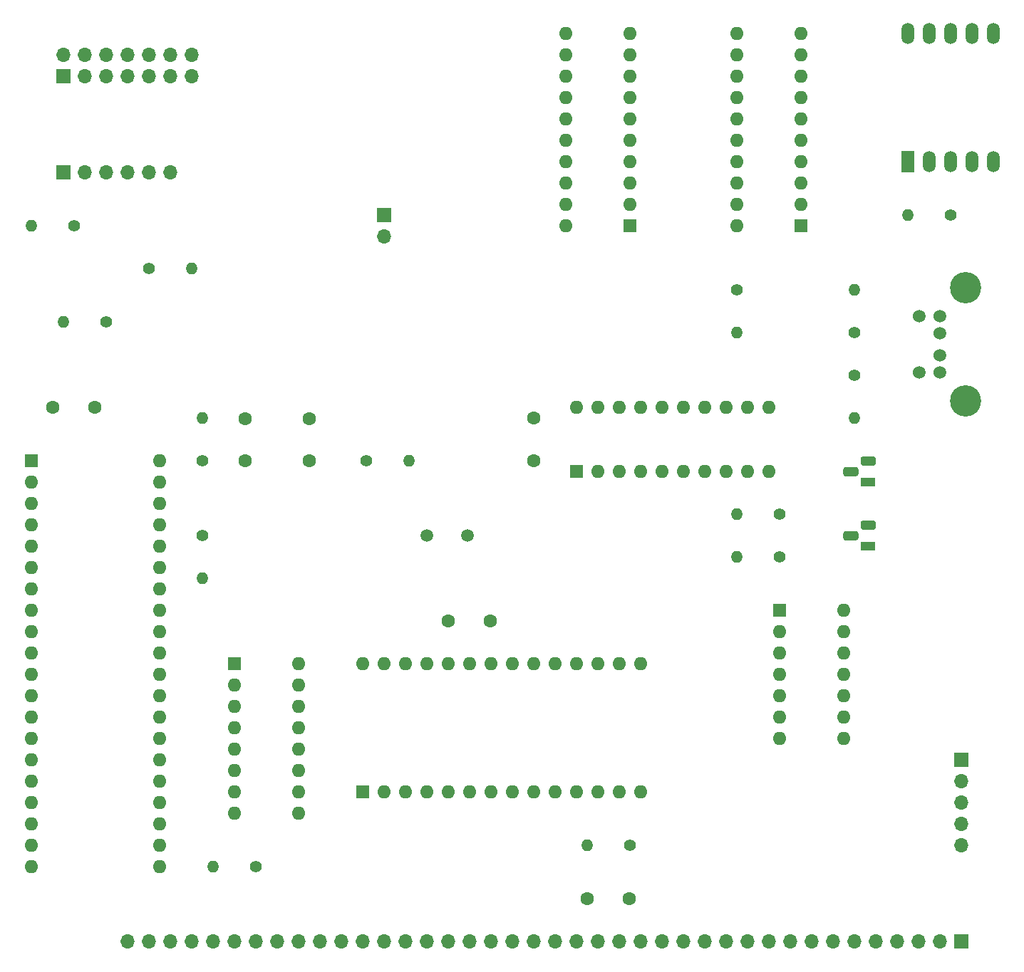
<source format=gbr>
%TF.GenerationSoftware,KiCad,Pcbnew,5.1.9-73d0e3b20d~88~ubuntu20.04.1*%
%TF.CreationDate,2021-02-07T22:21:29+01:00*%
%TF.ProjectId,simple-output,73696d70-6c65-42d6-9f75-747075742e6b,rev?*%
%TF.SameCoordinates,Original*%
%TF.FileFunction,Soldermask,Top*%
%TF.FilePolarity,Negative*%
%FSLAX46Y46*%
G04 Gerber Fmt 4.6, Leading zero omitted, Abs format (unit mm)*
G04 Created by KiCad (PCBNEW 5.1.9-73d0e3b20d~88~ubuntu20.04.1) date 2021-02-07 22:21:29*
%MOMM*%
%LPD*%
G01*
G04 APERTURE LIST*
%ADD10O,1.700000X1.700000*%
%ADD11R,1.700000X1.700000*%
%ADD12O,1.400000X1.400000*%
%ADD13C,1.400000*%
%ADD14R,1.600000X1.600000*%
%ADD15O,1.600000X1.600000*%
%ADD16C,1.500000*%
%ADD17C,3.721100*%
%ADD18C,1.521460*%
%ADD19R,1.800000X1.100000*%
%ADD20C,1.600000*%
%ADD21O,1.524000X2.524000*%
%ADD22R,1.524000X2.524000*%
G04 APERTURE END LIST*
D10*
%TO.C,J5*%
X162560000Y-181610000D03*
X162560000Y-179070000D03*
X162560000Y-176530000D03*
X162560000Y-173990000D03*
D11*
X162560000Y-171450000D03*
%TD*%
D12*
%TO.C,R14*%
X135890000Y-147320000D03*
D13*
X140970000Y-147320000D03*
%TD*%
D12*
%TO.C,R13*%
X135890000Y-142240000D03*
D13*
X140970000Y-142240000D03*
%TD*%
D14*
%TO.C,IC1*%
X52070000Y-135890000D03*
D15*
X67310000Y-184150000D03*
X52070000Y-138430000D03*
X67310000Y-181610000D03*
X52070000Y-140970000D03*
X67310000Y-179070000D03*
X52070000Y-143510000D03*
X67310000Y-176530000D03*
X52070000Y-146050000D03*
X67310000Y-173990000D03*
X52070000Y-148590000D03*
X67310000Y-171450000D03*
X52070000Y-151130000D03*
X67310000Y-168910000D03*
X52070000Y-153670000D03*
X67310000Y-166370000D03*
X52070000Y-156210000D03*
X67310000Y-163830000D03*
X52070000Y-158750000D03*
X67310000Y-161290000D03*
X52070000Y-161290000D03*
X67310000Y-158750000D03*
X52070000Y-163830000D03*
X67310000Y-156210000D03*
X52070000Y-166370000D03*
X67310000Y-153670000D03*
X52070000Y-168910000D03*
X67310000Y-151130000D03*
X52070000Y-171450000D03*
X67310000Y-148590000D03*
X52070000Y-173990000D03*
X67310000Y-146050000D03*
X52070000Y-176530000D03*
X67310000Y-143510000D03*
X52070000Y-179070000D03*
X67310000Y-140970000D03*
X52070000Y-181610000D03*
X67310000Y-138430000D03*
X52070000Y-184150000D03*
X67310000Y-135890000D03*
%TD*%
D16*
%TO.C,Y1*%
X103940000Y-144780000D03*
X99060000Y-144780000D03*
%TD*%
D17*
%TO.C,J4*%
X163060380Y-115239800D03*
X163060380Y-128757680D03*
D18*
X157568900Y-125349000D03*
X157568900Y-118648480D03*
X160060640Y-125349000D03*
X160060640Y-118648480D03*
X160060640Y-120698260D03*
X160060640Y-123299220D03*
%TD*%
D19*
%TO.C,Q2*%
X151530000Y-146050000D03*
G36*
G01*
X152155000Y-144060000D02*
X150905000Y-144060000D01*
G75*
G02*
X150630000Y-143785000I0J275000D01*
G01*
X150630000Y-143235000D01*
G75*
G02*
X150905000Y-142960000I275000J0D01*
G01*
X152155000Y-142960000D01*
G75*
G02*
X152430000Y-143235000I0J-275000D01*
G01*
X152430000Y-143785000D01*
G75*
G02*
X152155000Y-144060000I-275000J0D01*
G01*
G37*
G36*
G01*
X150085000Y-145330000D02*
X148835000Y-145330000D01*
G75*
G02*
X148560000Y-145055000I0J275000D01*
G01*
X148560000Y-144505000D01*
G75*
G02*
X148835000Y-144230000I275000J0D01*
G01*
X150085000Y-144230000D01*
G75*
G02*
X150360000Y-144505000I0J-275000D01*
G01*
X150360000Y-145055000D01*
G75*
G02*
X150085000Y-145330000I-275000J0D01*
G01*
G37*
%TD*%
%TO.C,Q1*%
X151530000Y-138430000D03*
G36*
G01*
X152155000Y-136440000D02*
X150905000Y-136440000D01*
G75*
G02*
X150630000Y-136165000I0J275000D01*
G01*
X150630000Y-135615000D01*
G75*
G02*
X150905000Y-135340000I275000J0D01*
G01*
X152155000Y-135340000D01*
G75*
G02*
X152430000Y-135615000I0J-275000D01*
G01*
X152430000Y-136165000D01*
G75*
G02*
X152155000Y-136440000I-275000J0D01*
G01*
G37*
G36*
G01*
X150085000Y-137710000D02*
X148835000Y-137710000D01*
G75*
G02*
X148560000Y-137435000I0J275000D01*
G01*
X148560000Y-136885000D01*
G75*
G02*
X148835000Y-136610000I275000J0D01*
G01*
X150085000Y-136610000D01*
G75*
G02*
X150360000Y-136885000I0J-275000D01*
G01*
X150360000Y-137435000D01*
G75*
G02*
X150085000Y-137710000I-275000J0D01*
G01*
G37*
%TD*%
D12*
%TO.C,R12*%
X149860000Y-130810000D03*
D13*
X149860000Y-125730000D03*
%TD*%
D12*
%TO.C,R11*%
X149860000Y-115570000D03*
D13*
X149860000Y-120650000D03*
%TD*%
D12*
%TO.C,R7*%
X72390000Y-149860000D03*
D13*
X72390000Y-144780000D03*
%TD*%
D20*
%TO.C,C5*%
X59610000Y-129540000D03*
X54610000Y-129540000D03*
%TD*%
%TO.C,C4*%
X111760000Y-135810000D03*
X111760000Y-130810000D03*
%TD*%
%TO.C,C1*%
X106600000Y-154940000D03*
X101600000Y-154940000D03*
%TD*%
D15*
%TO.C,U8*%
X116840000Y-129540000D03*
X139700000Y-137160000D03*
X119380000Y-129540000D03*
X137160000Y-137160000D03*
X121920000Y-129540000D03*
X134620000Y-137160000D03*
X124460000Y-129540000D03*
X132080000Y-137160000D03*
X127000000Y-129540000D03*
X129540000Y-137160000D03*
X129540000Y-129540000D03*
X127000000Y-137160000D03*
X132080000Y-129540000D03*
X124460000Y-137160000D03*
X134620000Y-129540000D03*
X121920000Y-137160000D03*
X137160000Y-129540000D03*
X119380000Y-137160000D03*
X139700000Y-129540000D03*
D14*
X116840000Y-137160000D03*
%TD*%
D11*
%TO.C,J1*%
X162560000Y-193040000D03*
D10*
X160020000Y-193040000D03*
X157480000Y-193040000D03*
X154940000Y-193040000D03*
X152400000Y-193040000D03*
X149860000Y-193040000D03*
X147320000Y-193040000D03*
X144780000Y-193040000D03*
X142240000Y-193040000D03*
X139700000Y-193040000D03*
X137160000Y-193040000D03*
X134620000Y-193040000D03*
X132080000Y-193040000D03*
X129540000Y-193040000D03*
X127000000Y-193040000D03*
X124460000Y-193040000D03*
X121920000Y-193040000D03*
X119380000Y-193040000D03*
X116840000Y-193040000D03*
X114300000Y-193040000D03*
X111760000Y-193040000D03*
X109220000Y-193040000D03*
X106680000Y-193040000D03*
X104140000Y-193040000D03*
X101600000Y-193040000D03*
X99060000Y-193040000D03*
X96520000Y-193040000D03*
X93980000Y-193040000D03*
X91440000Y-193040000D03*
X88900000Y-193040000D03*
X86360000Y-193040000D03*
X83820000Y-193040000D03*
X81280000Y-193040000D03*
X78740000Y-193040000D03*
X76200000Y-193040000D03*
X73660000Y-193040000D03*
X71120000Y-193040000D03*
X68580000Y-193040000D03*
X66040000Y-193040000D03*
X63500000Y-193040000D03*
%TD*%
D12*
%TO.C,R5*%
X73660000Y-184150000D03*
D13*
X78740000Y-184150000D03*
%TD*%
D12*
%TO.C,R10*%
X118110000Y-181610000D03*
D13*
X123190000Y-181610000D03*
%TD*%
D12*
%TO.C,R2*%
X156210000Y-106680000D03*
D13*
X161290000Y-106680000D03*
%TD*%
D14*
%TO.C,IC2*%
X91440000Y-175260000D03*
D15*
X124460000Y-160020000D03*
X93980000Y-175260000D03*
X121920000Y-160020000D03*
X96520000Y-175260000D03*
X119380000Y-160020000D03*
X99060000Y-175260000D03*
X116840000Y-160020000D03*
X101600000Y-175260000D03*
X114300000Y-160020000D03*
X104140000Y-175260000D03*
X111760000Y-160020000D03*
X106680000Y-175260000D03*
X109220000Y-160020000D03*
X109220000Y-175260000D03*
X106680000Y-160020000D03*
X111760000Y-175260000D03*
X104140000Y-160020000D03*
X114300000Y-175260000D03*
X101600000Y-160020000D03*
X116840000Y-175260000D03*
X99060000Y-160020000D03*
X119380000Y-175260000D03*
X96520000Y-160020000D03*
X121920000Y-175260000D03*
X93980000Y-160020000D03*
X124460000Y-175260000D03*
X91440000Y-160020000D03*
%TD*%
D10*
%TO.C,J1_5VtoSerial1*%
X93980000Y-109220000D03*
D11*
X93980000Y-106680000D03*
%TD*%
%TO.C,J3*%
X55880000Y-101600000D03*
D10*
X58420000Y-101600000D03*
X60960000Y-101600000D03*
X63500000Y-101600000D03*
X66040000Y-101600000D03*
X68580000Y-101600000D03*
%TD*%
D11*
%TO.C,J2*%
X55880000Y-90170000D03*
D10*
X55880000Y-87630000D03*
X58420000Y-90170000D03*
X58420000Y-87630000D03*
X60960000Y-90170000D03*
X60960000Y-87630000D03*
X63500000Y-90170000D03*
X63500000Y-87630000D03*
X66040000Y-90170000D03*
X66040000Y-87630000D03*
X68580000Y-90170000D03*
X68580000Y-87630000D03*
X71120000Y-90170000D03*
X71120000Y-87630000D03*
%TD*%
D14*
%TO.C,U1*%
X140970000Y-153670000D03*
D15*
X148590000Y-168910000D03*
X140970000Y-156210000D03*
X148590000Y-166370000D03*
X140970000Y-158750000D03*
X148590000Y-163830000D03*
X140970000Y-161290000D03*
X148590000Y-161290000D03*
X140970000Y-163830000D03*
X148590000Y-158750000D03*
X140970000Y-166370000D03*
X148590000Y-156210000D03*
X140970000Y-168910000D03*
X148590000Y-153670000D03*
%TD*%
D21*
%TO.C,U5*%
X156210000Y-85090000D03*
X158750000Y-85090000D03*
X161290000Y-85090000D03*
X163830000Y-85090000D03*
X166370000Y-85090000D03*
X166370000Y-100330000D03*
X163830000Y-100330000D03*
X161290000Y-100330000D03*
X158750000Y-100330000D03*
D22*
X156210000Y-100330000D03*
%TD*%
D15*
%TO.C,U4*%
X115570000Y-107950000D03*
X123190000Y-85090000D03*
X115570000Y-105410000D03*
X123190000Y-87630000D03*
X115570000Y-102870000D03*
X123190000Y-90170000D03*
X115570000Y-100330000D03*
X123190000Y-92710000D03*
X115570000Y-97790000D03*
X123190000Y-95250000D03*
X115570000Y-95250000D03*
X123190000Y-97790000D03*
X115570000Y-92710000D03*
X123190000Y-100330000D03*
X115570000Y-90170000D03*
X123190000Y-102870000D03*
X115570000Y-87630000D03*
X123190000Y-105410000D03*
X115570000Y-85090000D03*
D14*
X123190000Y-107950000D03*
%TD*%
D15*
%TO.C,U3*%
X135890000Y-107950000D03*
X143510000Y-85090000D03*
X135890000Y-105410000D03*
X143510000Y-87630000D03*
X135890000Y-102870000D03*
X143510000Y-90170000D03*
X135890000Y-100330000D03*
X143510000Y-92710000D03*
X135890000Y-97790000D03*
X143510000Y-95250000D03*
X135890000Y-95250000D03*
X143510000Y-97790000D03*
X135890000Y-92710000D03*
X143510000Y-100330000D03*
X135890000Y-90170000D03*
X143510000Y-102870000D03*
X135890000Y-87630000D03*
X143510000Y-105410000D03*
X135890000Y-85090000D03*
D14*
X143510000Y-107950000D03*
%TD*%
%TO.C,U2*%
X76200000Y-160020000D03*
D15*
X83820000Y-177800000D03*
X76200000Y-162560000D03*
X83820000Y-175260000D03*
X76200000Y-165100000D03*
X83820000Y-172720000D03*
X76200000Y-167640000D03*
X83820000Y-170180000D03*
X76200000Y-170180000D03*
X83820000Y-167640000D03*
X76200000Y-172720000D03*
X83820000Y-165100000D03*
X76200000Y-175260000D03*
X83820000Y-162560000D03*
X76200000Y-177800000D03*
X83820000Y-160020000D03*
%TD*%
D12*
%TO.C,R9*%
X52070000Y-107950000D03*
D13*
X57150000Y-107950000D03*
%TD*%
D12*
%TO.C,R6*%
X71120000Y-113030000D03*
D13*
X66040000Y-113030000D03*
%TD*%
D12*
%TO.C,R4*%
X96950000Y-135890000D03*
D13*
X91870000Y-135890000D03*
%TD*%
D12*
%TO.C,R8*%
X55880000Y-119380000D03*
D13*
X60960000Y-119380000D03*
%TD*%
D12*
%TO.C,R3*%
X72390000Y-130810000D03*
D13*
X72390000Y-135890000D03*
%TD*%
D12*
%TO.C,R1*%
X135890000Y-120650000D03*
D13*
X135890000Y-115570000D03*
%TD*%
D20*
%TO.C,C6*%
X85090000Y-130890000D03*
X85090000Y-135890000D03*
%TD*%
%TO.C,C3*%
X77470000Y-130890000D03*
X77470000Y-135890000D03*
%TD*%
%TO.C,C2*%
X123110000Y-187960000D03*
X118110000Y-187960000D03*
%TD*%
M02*

</source>
